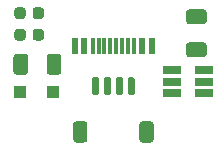
<source format=gtp>
G04 #@! TF.GenerationSoftware,KiCad,Pcbnew,(5.1.10-1-10_14)*
G04 #@! TF.CreationDate,2021-11-29T20:50:22+01:00*
G04 #@! TF.ProjectId,Unified-Daughterboard,556e6966-6965-4642-9d44-617567687465,C3*
G04 #@! TF.SameCoordinates,Original*
G04 #@! TF.FileFunction,Paste,Top*
G04 #@! TF.FilePolarity,Positive*
%FSLAX46Y46*%
G04 Gerber Fmt 4.6, Leading zero omitted, Abs format (unit mm)*
G04 Created by KiCad (PCBNEW (5.1.10-1-10_14)) date 2021-11-29 20:50:22*
%MOMM*%
%LPD*%
G01*
G04 APERTURE LIST*
%ADD10R,0.300000X1.450000*%
%ADD11R,0.600000X1.450000*%
%ADD12R,1.560000X0.650000*%
%ADD13R,1.100000X1.100000*%
G04 APERTURE END LIST*
G36*
G01*
X73202500Y-68268000D02*
X73202500Y-67018000D01*
G75*
G02*
X73352500Y-66868000I150000J0D01*
G01*
X73652500Y-66868000D01*
G75*
G02*
X73802500Y-67018000I0J-150000D01*
G01*
X73802500Y-68268000D01*
G75*
G02*
X73652500Y-68418000I-150000J0D01*
G01*
X73352500Y-68418000D01*
G75*
G02*
X73202500Y-68268000I0J150000D01*
G01*
G37*
G36*
G01*
X74202500Y-68268000D02*
X74202500Y-67018000D01*
G75*
G02*
X74352500Y-66868000I150000J0D01*
G01*
X74652500Y-66868000D01*
G75*
G02*
X74802500Y-67018000I0J-150000D01*
G01*
X74802500Y-68268000D01*
G75*
G02*
X74652500Y-68418000I-150000J0D01*
G01*
X74352500Y-68418000D01*
G75*
G02*
X74202500Y-68268000I0J150000D01*
G01*
G37*
G36*
G01*
X75202500Y-68268000D02*
X75202500Y-67018000D01*
G75*
G02*
X75352500Y-66868000I150000J0D01*
G01*
X75652500Y-66868000D01*
G75*
G02*
X75802500Y-67018000I0J-150000D01*
G01*
X75802500Y-68268000D01*
G75*
G02*
X75652500Y-68418000I-150000J0D01*
G01*
X75352500Y-68418000D01*
G75*
G02*
X75202500Y-68268000I0J150000D01*
G01*
G37*
G36*
G01*
X76202500Y-68268000D02*
X76202500Y-67018000D01*
G75*
G02*
X76352500Y-66868000I150000J0D01*
G01*
X76652500Y-66868000D01*
G75*
G02*
X76802500Y-67018000I0J-150000D01*
G01*
X76802500Y-68268000D01*
G75*
G02*
X76652500Y-68418000I-150000J0D01*
G01*
X76352500Y-68418000D01*
G75*
G02*
X76202500Y-68268000I0J150000D01*
G01*
G37*
G36*
G01*
X71602500Y-72168001D02*
X71602500Y-70867999D01*
G75*
G02*
X71852499Y-70618000I249999J0D01*
G01*
X72552501Y-70618000D01*
G75*
G02*
X72802500Y-70867999I0J-249999D01*
G01*
X72802500Y-72168001D01*
G75*
G02*
X72552501Y-72418000I-249999J0D01*
G01*
X71852499Y-72418000D01*
G75*
G02*
X71602500Y-72168001I0J249999D01*
G01*
G37*
G36*
G01*
X77202500Y-72168001D02*
X77202500Y-70867999D01*
G75*
G02*
X77452499Y-70618000I249999J0D01*
G01*
X78152501Y-70618000D01*
G75*
G02*
X78402500Y-70867999I0J-249999D01*
G01*
X78402500Y-72168001D01*
G75*
G02*
X78152501Y-72418000I-249999J0D01*
G01*
X77452499Y-72418000D01*
G75*
G02*
X77202500Y-72168001I0J249999D01*
G01*
G37*
G36*
G01*
X82652500Y-62393000D02*
X81402500Y-62393000D01*
G75*
G02*
X81152500Y-62143000I0J250000D01*
G01*
X81152500Y-61393000D01*
G75*
G02*
X81402500Y-61143000I250000J0D01*
G01*
X82652500Y-61143000D01*
G75*
G02*
X82902500Y-61393000I0J-250000D01*
G01*
X82902500Y-62143000D01*
G75*
G02*
X82652500Y-62393000I-250000J0D01*
G01*
G37*
G36*
G01*
X82652500Y-65193000D02*
X81402500Y-65193000D01*
G75*
G02*
X81152500Y-64943000I0J250000D01*
G01*
X81152500Y-64193000D01*
G75*
G02*
X81402500Y-63943000I250000J0D01*
G01*
X82652500Y-63943000D01*
G75*
G02*
X82902500Y-64193000I0J-250000D01*
G01*
X82902500Y-64943000D01*
G75*
G02*
X82652500Y-65193000I-250000J0D01*
G01*
G37*
G36*
G01*
X67798125Y-65170500D02*
X67798125Y-66420500D01*
G75*
G02*
X67548125Y-66670500I-250000J0D01*
G01*
X66798125Y-66670500D01*
G75*
G02*
X66548125Y-66420500I0J250000D01*
G01*
X66548125Y-65170500D01*
G75*
G02*
X66798125Y-64920500I250000J0D01*
G01*
X67548125Y-64920500D01*
G75*
G02*
X67798125Y-65170500I0J-250000D01*
G01*
G37*
G36*
G01*
X70598125Y-65170500D02*
X70598125Y-66420500D01*
G75*
G02*
X70348125Y-66670500I-250000J0D01*
G01*
X69598125Y-66670500D01*
G75*
G02*
X69348125Y-66420500I0J250000D01*
G01*
X69348125Y-65170500D01*
G75*
G02*
X69598125Y-64920500I250000J0D01*
G01*
X70348125Y-64920500D01*
G75*
G02*
X70598125Y-65170500I0J-250000D01*
G01*
G37*
D10*
X75247500Y-64238000D03*
X73247500Y-64238000D03*
X73747500Y-64238000D03*
X74247500Y-64238000D03*
X74747500Y-64238000D03*
X75747500Y-64238000D03*
X76247500Y-64238000D03*
X76747500Y-64238000D03*
D11*
X71747500Y-64238000D03*
X72547500Y-64238000D03*
X77447500Y-64238000D03*
X78247500Y-64238000D03*
X78247500Y-64238000D03*
X77447500Y-64238000D03*
X72547500Y-64238000D03*
X71747500Y-64238000D03*
D12*
X82702500Y-68218000D03*
X82702500Y-67268000D03*
X82702500Y-66318000D03*
X80002500Y-66318000D03*
X80002500Y-68218000D03*
X80002500Y-67268000D03*
G36*
G01*
X66865000Y-60980500D02*
X67340000Y-60980500D01*
G75*
G02*
X67577500Y-61218000I0J-237500D01*
G01*
X67577500Y-61718000D01*
G75*
G02*
X67340000Y-61955500I-237500J0D01*
G01*
X66865000Y-61955500D01*
G75*
G02*
X66627500Y-61718000I0J237500D01*
G01*
X66627500Y-61218000D01*
G75*
G02*
X66865000Y-60980500I237500J0D01*
G01*
G37*
G36*
G01*
X66865000Y-62805500D02*
X67340000Y-62805500D01*
G75*
G02*
X67577500Y-63043000I0J-237500D01*
G01*
X67577500Y-63543000D01*
G75*
G02*
X67340000Y-63780500I-237500J0D01*
G01*
X66865000Y-63780500D01*
G75*
G02*
X66627500Y-63543000I0J237500D01*
G01*
X66627500Y-63043000D01*
G75*
G02*
X66865000Y-62805500I237500J0D01*
G01*
G37*
G36*
G01*
X68415000Y-62805500D02*
X68890000Y-62805500D01*
G75*
G02*
X69127500Y-63043000I0J-237500D01*
G01*
X69127500Y-63543000D01*
G75*
G02*
X68890000Y-63780500I-237500J0D01*
G01*
X68415000Y-63780500D01*
G75*
G02*
X68177500Y-63543000I0J237500D01*
G01*
X68177500Y-63043000D01*
G75*
G02*
X68415000Y-62805500I237500J0D01*
G01*
G37*
G36*
G01*
X68415000Y-60980500D02*
X68890000Y-60980500D01*
G75*
G02*
X69127500Y-61218000I0J-237500D01*
G01*
X69127500Y-61718000D01*
G75*
G02*
X68890000Y-61955500I-237500J0D01*
G01*
X68415000Y-61955500D01*
G75*
G02*
X68177500Y-61718000I0J237500D01*
G01*
X68177500Y-61218000D01*
G75*
G02*
X68415000Y-60980500I237500J0D01*
G01*
G37*
D13*
X69902500Y-68176750D03*
X67102500Y-68176750D03*
M02*

</source>
